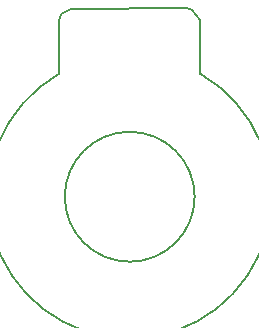
<source format=gm1>
G04 #@! TF.GenerationSoftware,KiCad,Pcbnew,(5.0.0-rc2-66-g0a91f0b)*
G04 #@! TF.CreationDate,2018-07-23T17:51:53-04:00*
G04 #@! TF.ProjectId,airmount,6169726D6F756E742E6B696361645F70,rev?*
G04 #@! TF.SameCoordinates,Original*
G04 #@! TF.FileFunction,Profile,NP*
%FSLAX46Y46*%
G04 Gerber Fmt 4.6, Leading zero omitted, Abs format (unit mm)*
G04 Created by KiCad (PCBNEW (5.0.0-rc2-66-g0a91f0b)) date Monday, July 23, 2018 at 05:51:53 PM*
%MOMM*%
%LPD*%
G01*
G04 APERTURE LIST*
%ADD10C,0.150000*%
G04 APERTURE END LIST*
D10*
X128549400Y-74015600D02*
X128549400Y-78486000D01*
X128752600Y-73380600D02*
X128549400Y-74015600D01*
X129590800Y-72999600D02*
X128752600Y-73380600D01*
X139446000Y-72923400D02*
X129590800Y-72999600D01*
X139877800Y-73101200D02*
X139446000Y-72923400D01*
X140487400Y-73888600D02*
X139877800Y-73101200D01*
X140487400Y-78282800D02*
X140487400Y-73888600D01*
X140512800Y-78460600D02*
X140487400Y-78282800D01*
X140069200Y-88888200D02*
G75*
G03X140069200Y-88888200I-5500000J0D01*
G01*
X140550176Y-78477354D02*
G75*
G02X128549000Y-78500000I-5980976J-10404646D01*
G01*
M02*

</source>
